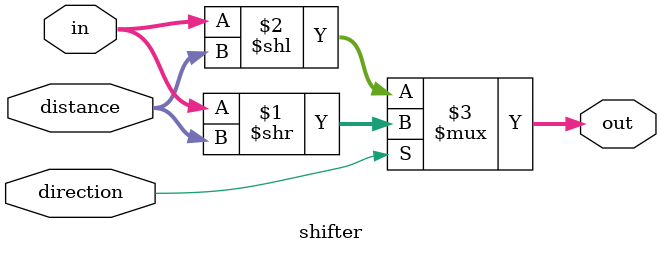
<source format=v>
module shifter(in,distance,direction,out);
	parameter k = 5;
	parameter lk = 3;
	input [lk-1:0] distance;			//how much to shift
	input [k-1:0] in;		       //number to shift
	input direction; 				//direction 0=left, 1=right
	output [k-1:0] out;		//k-amount of bits because to make sure that 
										//there will be a wire to be able to shift the bits and prevents
										//overflow
	assign out = direction ? in>>distance : in<<distance;	
										//turnary operator shifts right if direction is 1, otherwise, shift left 
										//Note: direction is based off in shifting distance, not distance shifting in
endmodule

</source>
